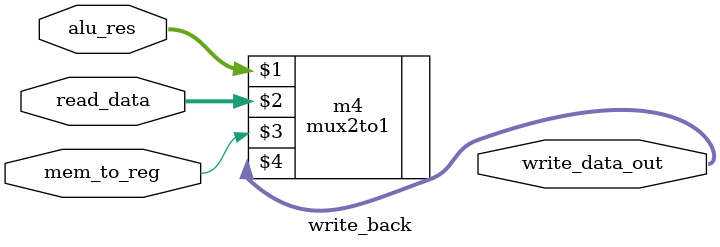
<source format=v>
`include "mux.v"

module write_back (

    input mem_to_reg,
    input [31:0] alu_res,
    input [31:0] read_data,

    output [31:0] write_data_out

);

    // Write your code below.

    mux2to1 #(32) m4(alu_res, read_data, mem_to_reg, write_data_out);
    
endmodule

</source>
